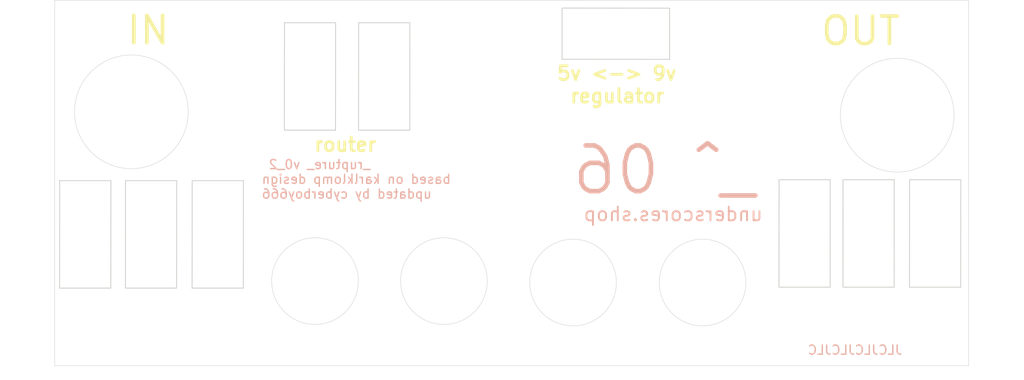
<source format=kicad_pcb>
(kicad_pcb (version 20171130) (host pcbnew 5.1.10)

  (general
    (thickness 1.6)
    (drawings 55)
    (tracks 0)
    (zones 0)
    (modules 4)
    (nets 2)
  )

  (page A4)
  (title_block
    (title _rupture_)
    (date 2022-02-22)
    (rev v0_2)
    (company "updated by cyberboy666")
    (comment 1 "based on karlklomp design")
    (comment 2 CC-BY-SA)
  )

  (layers
    (0 F.Cu signal)
    (31 B.Cu signal)
    (32 B.Adhes user)
    (33 F.Adhes user)
    (34 B.Paste user)
    (35 F.Paste user)
    (36 B.SilkS user)
    (37 F.SilkS user)
    (38 B.Mask user)
    (39 F.Mask user)
    (40 Dwgs.User user)
    (41 Cmts.User user)
    (42 Eco1.User user)
    (43 Eco2.User user)
    (44 Edge.Cuts user)
    (45 Margin user)
    (46 B.CrtYd user)
    (47 F.CrtYd user)
    (48 B.Fab user)
    (49 F.Fab user)
  )

  (setup
    (last_trace_width 0.25)
    (user_trace_width 0.5)
    (trace_clearance 0.2)
    (zone_clearance 0.508)
    (zone_45_only no)
    (trace_min 0.2)
    (via_size 0.8)
    (via_drill 0.4)
    (via_min_size 0.4)
    (via_min_drill 0.3)
    (uvia_size 0.3)
    (uvia_drill 0.1)
    (uvias_allowed no)
    (uvia_min_size 0.2)
    (uvia_min_drill 0.1)
    (edge_width 0.05)
    (segment_width 0.2)
    (pcb_text_width 0.3)
    (pcb_text_size 1.5 1.5)
    (mod_edge_width 0.12)
    (mod_text_size 1 1)
    (mod_text_width 0.15)
    (pad_size 1.524 1.524)
    (pad_drill 0.762)
    (pad_to_mask_clearance 0.051)
    (solder_mask_min_width 0.25)
    (aux_axis_origin 0 0)
    (visible_elements FFFDFF7F)
    (pcbplotparams
      (layerselection 0x010fc_ffffffff)
      (usegerberextensions false)
      (usegerberattributes false)
      (usegerberadvancedattributes false)
      (creategerberjobfile false)
      (excludeedgelayer true)
      (linewidth 0.100000)
      (plotframeref false)
      (viasonmask false)
      (mode 1)
      (useauxorigin false)
      (hpglpennumber 1)
      (hpglpenspeed 20)
      (hpglpendiameter 15.000000)
      (psnegative false)
      (psa4output false)
      (plotreference true)
      (plotvalue false)
      (plotinvisibletext false)
      (padsonsilk false)
      (subtractmaskfromsilk false)
      (outputformat 1)
      (mirror false)
      (drillshape 0)
      (scaleselection 1)
      (outputdirectory "./rupter_panel_v0_2"))
  )

  (net 0 "")
  (net 1 GND)

  (net_class Default "This is the default net class."
    (clearance 0.2)
    (trace_width 0.25)
    (via_dia 0.8)
    (via_drill 0.4)
    (uvia_dia 0.3)
    (uvia_drill 0.1)
  )

  (module MountingHole:MountingHole_3.2mm_M3 (layer F.Cu) (tedit 56D1B4CB) (tstamp 60C9C3B5)
    (at 196.6 53.5)
    (descr "Mounting Hole 3.2mm, no annular, M3")
    (tags "mounting hole 3.2mm no annular m3")
    (attr virtual)
    (fp_text reference REF** (at 0 -4.2) (layer F.SilkS) hide
      (effects (font (size 1 1) (thickness 0.15)))
    )
    (fp_text value MountingHole_3.2mm_M3 (at 0 4.2) (layer F.Fab)
      (effects (font (size 1 1) (thickness 0.15)))
    )
    (fp_circle (center 0 0) (end 3.2 0) (layer Cmts.User) (width 0.15))
    (fp_circle (center 0 0) (end 3.45 0) (layer F.CrtYd) (width 0.05))
    (fp_text user %R (at 0.3 0) (layer F.Fab)
      (effects (font (size 1 1) (thickness 0.15)))
    )
    (pad 1 np_thru_hole circle (at 0 0) (size 3.2 3.2) (drill 3.2) (layers *.Cu *.Mask))
  )

  (module MountingHole:MountingHole_3.2mm_M3 (layer F.Cu) (tedit 56D1B4CB) (tstamp 60C9C3A7)
    (at 196.5 86.5)
    (descr "Mounting Hole 3.2mm, no annular, M3")
    (tags "mounting hole 3.2mm no annular m3")
    (attr virtual)
    (fp_text reference REF** (at 0 -4.2) (layer F.SilkS) hide
      (effects (font (size 1 1) (thickness 0.15)))
    )
    (fp_text value MountingHole_3.2mm_M3 (at 0 4.2) (layer F.Fab)
      (effects (font (size 1 1) (thickness 0.15)))
    )
    (fp_circle (center 0 0) (end 3.45 0) (layer F.CrtYd) (width 0.05))
    (fp_circle (center 0 0) (end 3.2 0) (layer Cmts.User) (width 0.15))
    (fp_text user %R (at 0.3 0) (layer F.Fab)
      (effects (font (size 1 1) (thickness 0.15)))
    )
    (pad 1 np_thru_hole circle (at 0 0) (size 3.2 3.2) (drill 3.2) (layers *.Cu *.Mask))
  )

  (module MountingHole:MountingHole_3.2mm_M3 (layer F.Cu) (tedit 56D1B4CB) (tstamp 60C9C399)
    (at 103.5 86.5)
    (descr "Mounting Hole 3.2mm, no annular, M3")
    (tags "mounting hole 3.2mm no annular m3")
    (attr virtual)
    (fp_text reference REF** (at 0 -4.2) (layer F.SilkS) hide
      (effects (font (size 1 1) (thickness 0.15)))
    )
    (fp_text value MountingHole_3.2mm_M3 (at 0 4.2) (layer F.Fab)
      (effects (font (size 1 1) (thickness 0.15)))
    )
    (fp_circle (center 0 0) (end 3.2 0) (layer Cmts.User) (width 0.15))
    (fp_circle (center 0 0) (end 3.45 0) (layer F.CrtYd) (width 0.05))
    (fp_text user %R (at 0.3 0) (layer F.Fab)
      (effects (font (size 1 1) (thickness 0.15)))
    )
    (pad 1 np_thru_hole circle (at 0 0) (size 3.2 3.2) (drill 3.2) (layers *.Cu *.Mask))
  )

  (module MountingHole:MountingHole_3.2mm_M3 (layer F.Cu) (tedit 56D1B4CB) (tstamp 60C9C373)
    (at 103.5 53.6)
    (descr "Mounting Hole 3.2mm, no annular, M3")
    (tags "mounting hole 3.2mm no annular m3")
    (attr virtual)
    (fp_text reference REF** (at 0 -4.2) (layer F.SilkS) hide
      (effects (font (size 1 1) (thickness 0.15)))
    )
    (fp_text value MountingHole_3.2mm_M3 (at 0 4.2) (layer F.Fab)
      (effects (font (size 1 1) (thickness 0.15)))
    )
    (fp_circle (center 0 0) (end 3.45 0) (layer F.CrtYd) (width 0.05))
    (fp_circle (center 0 0) (end 3.2 0) (layer Cmts.User) (width 0.15))
    (fp_text user %R (at 0.3 0) (layer F.Fab)
      (effects (font (size 1 1) (thickness 0.15)))
    )
    (pad 1 np_thru_hole circle (at 0 0) (size 3.2 3.2) (drill 3.2) (layers *.Cu *.Mask))
  )

  (gr_text JLCJLCJLCJLC (at 187.56 88.27) (layer B.SilkS)
    (effects (font (size 1 1) (thickness 0.15)) (justify mirror))
  )
  (gr_text OUT (at 188.19 53.36) (layer F.SilkS) (tstamp 62170A06)
    (effects (font (size 3 3) (thickness 0.4)))
  )
  (gr_line (start 155.52 56.46) (end 155.52 50.86) (layer Edge.Cuts) (width 0.1) (tstamp 621709CD))
  (gr_line (start 167.28 56.47) (end 155.52 56.46) (layer Edge.Cuts) (width 0.1) (tstamp 621709CC))
  (gr_line (start 167.28 50.87) (end 167.28 56.47) (layer Edge.Cuts) (width 0.1) (tstamp 621709CB))
  (gr_line (start 155.52 50.86) (end 167.28 50.87) (layer Edge.Cuts) (width 0.1) (tstamp 621709CA))
  (gr_line (start 193.53 81.4) (end 193.54 69.64) (layer Edge.Cuts) (width 0.1) (tstamp 621709C5))
  (gr_line (start 199.14 69.64) (end 199.13 81.4) (layer Edge.Cuts) (width 0.1) (tstamp 621709C4))
  (gr_line (start 193.54 69.64) (end 199.14 69.64) (layer Edge.Cuts) (width 0.1) (tstamp 621709C3))
  (gr_line (start 199.13 81.4) (end 193.53 81.4) (layer Edge.Cuts) (width 0.1) (tstamp 621709C2))
  (gr_line (start 191.86 69.64) (end 191.85 81.4) (layer Edge.Cuts) (width 0.1) (tstamp 621709BD))
  (gr_line (start 186.26 69.64) (end 191.86 69.64) (layer Edge.Cuts) (width 0.1) (tstamp 621709BC))
  (gr_line (start 191.85 81.4) (end 186.25 81.4) (layer Edge.Cuts) (width 0.1) (tstamp 621709BB))
  (gr_line (start 186.25 81.4) (end 186.26 69.64) (layer Edge.Cuts) (width 0.1) (tstamp 621709BA))
  (gr_line (start 179.25 81.4) (end 179.26 69.64) (layer Edge.Cuts) (width 0.1) (tstamp 621709B5))
  (gr_line (start 179.26 69.64) (end 184.86 69.64) (layer Edge.Cuts) (width 0.1) (tstamp 621709B4))
  (gr_line (start 184.85 81.4) (end 179.25 81.4) (layer Edge.Cuts) (width 0.1) (tstamp 621709B3))
  (gr_line (start 184.86 69.64) (end 184.85 81.4) (layer Edge.Cuts) (width 0.1) (tstamp 621709B2))
  (gr_line (start 115.04 81.5) (end 115.05 69.74) (layer Edge.Cuts) (width 0.1) (tstamp 621709AD))
  (gr_line (start 115.05 69.74) (end 120.65 69.74) (layer Edge.Cuts) (width 0.1) (tstamp 621709AC))
  (gr_line (start 120.65 69.74) (end 120.64 81.5) (layer Edge.Cuts) (width 0.1) (tstamp 621709AB))
  (gr_line (start 120.64 81.5) (end 115.04 81.5) (layer Edge.Cuts) (width 0.1) (tstamp 621709AA))
  (gr_line (start 113.34 81.5) (end 107.74 81.5) (layer Edge.Cuts) (width 0.1) (tstamp 621709A5))
  (gr_line (start 113.35 69.74) (end 113.34 81.5) (layer Edge.Cuts) (width 0.1) (tstamp 621709A4))
  (gr_line (start 107.75 69.74) (end 113.35 69.74) (layer Edge.Cuts) (width 0.1) (tstamp 621709A3))
  (gr_line (start 107.74 81.5) (end 107.75 69.74) (layer Edge.Cuts) (width 0.1) (tstamp 621709A2))
  (gr_line (start 106.14 81.5) (end 100.54 81.5) (layer Edge.Cuts) (width 0.1) (tstamp 62170993))
  (gr_line (start 100.54 81.5) (end 100.55 69.74) (layer Edge.Cuts) (width 0.1) (tstamp 62170992))
  (gr_line (start 106.15 69.74) (end 106.14 81.5) (layer Edge.Cuts) (width 0.1) (tstamp 62170991))
  (gr_line (start 100.55 69.74) (end 106.15 69.74) (layer Edge.Cuts) (width 0.1) (tstamp 62170990))
  (gr_line (start 130.74 52.46) (end 130.73 64.22) (layer Edge.Cuts) (width 0.1) (tstamp 6217098B))
  (gr_line (start 125.14 52.46) (end 130.74 52.46) (layer Edge.Cuts) (width 0.1) (tstamp 6217098A))
  (gr_line (start 130.73 64.22) (end 125.13 64.22) (layer Edge.Cuts) (width 0.1) (tstamp 62170989))
  (gr_line (start 125.13 64.22) (end 125.14 52.46) (layer Edge.Cuts) (width 0.1) (tstamp 62170988))
  (gr_line (start 138.86 52.46) (end 138.85 64.22) (layer Edge.Cuts) (width 0.1))
  (gr_line (start 133.26 52.46) (end 138.86 52.46) (layer Edge.Cuts) (width 0.1))
  (gr_line (start 133.25 64.22) (end 133.26 52.46) (layer Edge.Cuts) (width 0.1))
  (gr_line (start 138.85 64.22) (end 133.25 64.22) (layer Edge.Cuts) (width 0.1))
  (gr_circle (center 128.479771 80.73) (end 130.733851 84.9) (layer Edge.Cuts) (width 0.05) (tstamp 6217055A))
  (gr_circle (center 142.589771 80.73) (end 144.843851 84.9) (layer Edge.Cuts) (width 0.05) (tstamp 62170558))
  (gr_circle (center 170.889771 80.89) (end 173.143851 85.06) (layer Edge.Cuts) (width 0.05) (tstamp 62170556))
  (gr_circle (center 156.71592 80.89) (end 158.97 85.06) (layer Edge.Cuts) (width 0.05))
  (gr_circle (center 108.39 62.210359) (end 113.291425 66.040359) (layer Edge.Cuts) (width 0.05) (tstamp 6216A417))
  (gr_circle (center 192.188575 62.58) (end 197.09 66.41) (layer Edge.Cuts) (width 0.05))
  (gr_text router (at 131.8 65.79) (layer F.SilkS) (tstamp 60C9CE97)
    (effects (font (size 1.5 1.5) (thickness 0.3)))
  )
  (gr_text regulator (at 161.55 60.48) (layer F.SilkS) (tstamp 60C9C627)
    (effects (font (size 1.5 1.5) (thickness 0.3)))
  )
  (gr_text IN (at 110.23 53.28) (layer F.SilkS) (tstamp 60C9C5F0)
    (effects (font (size 3 3) (thickness 0.4)))
  )
  (gr_text "_^ 06" (at 177 68.6) (layer B.SilkS) (tstamp 605D6AC9)
    (effects (font (size 5 5) (thickness 0.5)) (justify left mirror))
  )
  (gr_text underscores.shop (at 177.6 73.4) (layer B.SilkS)
    (effects (font (size 1.5 1.5) (thickness 0.2)) (justify left mirror))
  )
  (gr_text "5v <-> 9v" (at 161.5 58) (layer F.SilkS)
    (effects (font (size 1.5 1.5) (thickness 0.3)))
  )
  (gr_text "_rupture_ v0_2 \nbased on karlklomp design\nupdated by cyberboy666" (at 122.57 69.58) (layer B.SilkS)
    (effects (font (size 1 1) (thickness 0.15)) (justify right mirror))
  )
  (gr_line (start 100 90) (end 100 50) (layer Edge.Cuts) (width 0.05) (tstamp 5F98C8C8))
  (gr_line (start 200 90) (end 100 90) (layer Edge.Cuts) (width 0.05) (tstamp 5F992240))
  (gr_line (start 200 50) (end 200 90) (layer Edge.Cuts) (width 0.05))
  (gr_line (start 100 50) (end 200 50) (layer Edge.Cuts) (width 0.05))

  (zone (net 1) (net_name GND) (layer F.Cu) (tstamp 62170A4A) (hatch edge 0.508)
    (connect_pads (clearance 0.508))
    (min_thickness 0.254)
    (fill yes (arc_segments 32) (thermal_gap 0.508) (thermal_bridge_width 0.508))
    (polygon
      (pts
        (xy 100 50) (xy 200 50) (xy 200 90) (xy 100 90)
      )
    )
  )
  (zone (net 1) (net_name GND) (layer B.Cu) (tstamp 62170A47) (hatch edge 0.508)
    (connect_pads (clearance 0.508))
    (min_thickness 0.254)
    (fill yes (arc_segments 32) (thermal_gap 0.508) (thermal_bridge_width 0.508))
    (polygon
      (pts
        (xy 100 50) (xy 200 50) (xy 200 90) (xy 100 90)
      )
    )
  )
)

</source>
